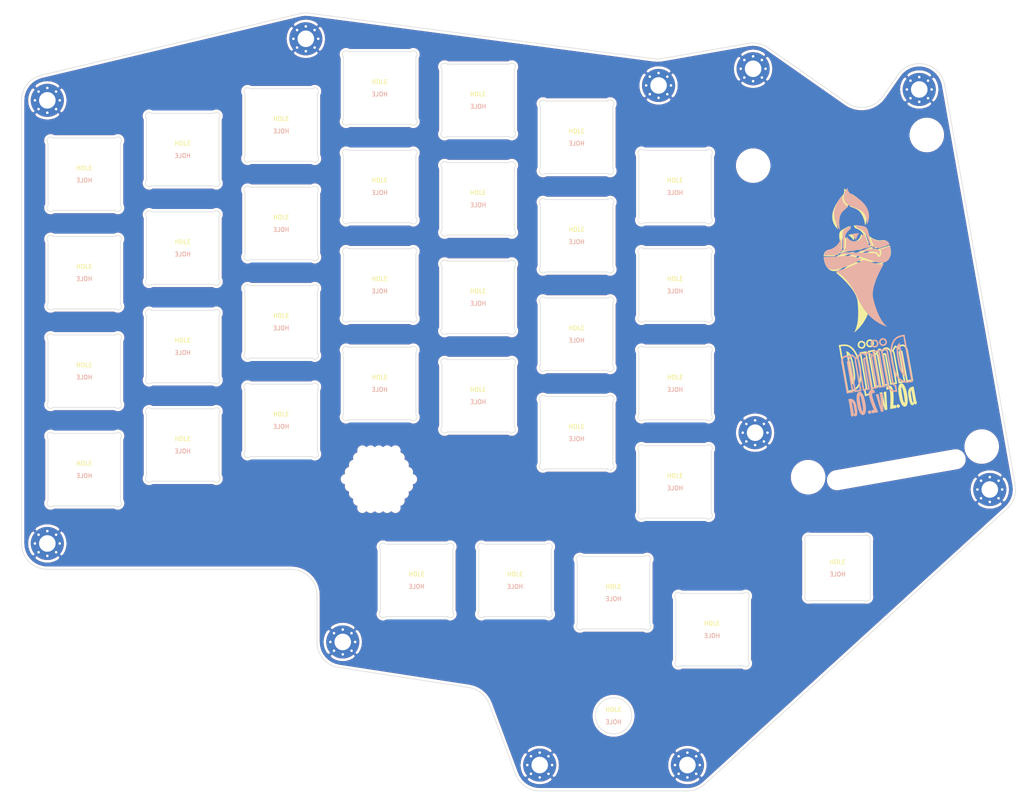
<source format=kicad_pcb>
(kicad_pcb (version 20171130) (host pcbnew "(5.1.9)-1")
  (layers (0 F.Cu signal) (31 B.Cu signal) (34 B.Paste user) (35 F.Paste user) (36 B.SilkS user) (37 F.SilkS user) (38 B.Mask user) (39 F.Mask user) (44 Edge.Cuts user))
  (net 0 "")
  (net 1 GND)
  (module reversible-kicad-footprints:MX-1U-PlateCutout (layer F.Cu) (at 121.444 88.106)
    (fp_text reference SW32)
    (fp_text value "Switch Cutout")
    (fp_line (start -6 -7) (end 6 -7) (layer Edge.Cuts) (width 0.1))
    (fp_line (start -7 6) (end -7 -6) (layer Edge.Cuts) (width 0.1))
    (fp_line (start 6 7) (end -6 7) (layer Edge.Cuts) (width 0.1))
    (fp_line (start 7 -6) (end 7 6) (layer Edge.Cuts) (width 0.1))
    (fp_text user HOLE (at 0 1.19063) (layer B.SilkS) (effects (font (size 0.8128 0.8128) (thickness 0.1524)) (justify mirror)))
    (fp_text user HOLE (at 0 -1.19063) (layer F.SilkS) (effects (font (size 0.8128 0.8128) (thickness 0.1524))))
    (fp_arc (start 6.5 -6.5) (end 6 -7) (angle 180) (layer Edge.Cuts) (width 0.1))
    (fp_arc (start 6.5 6.5) (end 7 6) (angle 180) (layer Edge.Cuts) (width 0.1))
    (fp_arc (start -6.5 6.5) (end -6 7) (angle 180) (layer Edge.Cuts) (width 0.1))
    (fp_arc (start -6.5 -6.5) (end -7 -6) (angle 180) (layer Edge.Cuts) (width 0.1))
  )
  (module reversible-kicad-footprints:MX-1U-PlateCutout (layer F.Cu) (at 102.394 80.963)
    (fp_text reference SW31)
    (fp_text value "Switch Cutout")
    (fp_line (start -6 -7) (end 6 -7) (layer Edge.Cuts) (width 0.1))
    (fp_line (start -7 6) (end -7 -6) (layer Edge.Cuts) (width 0.1))
    (fp_line (start 6 7) (end -6 7) (layer Edge.Cuts) (width 0.1))
    (fp_line (start 7 -6) (end 7 6) (layer Edge.Cuts) (width 0.1))
    (fp_text user HOLE (at 0 1.19063) (layer B.SilkS) (effects (font (size 0.8128 0.8128) (thickness 0.1524)) (justify mirror)))
    (fp_text user HOLE (at 0 -1.19063) (layer F.SilkS) (effects (font (size 0.8128 0.8128) (thickness 0.1524))))
    (fp_arc (start 6.5 -6.5) (end 6 -7) (angle 180) (layer Edge.Cuts) (width 0.1))
    (fp_arc (start 6.5 6.5) (end 7 6) (angle 180) (layer Edge.Cuts) (width 0.1))
    (fp_arc (start -6.5 6.5) (end -6 7) (angle 180) (layer Edge.Cuts) (width 0.1))
    (fp_arc (start -6.5 -6.5) (end -7 -6) (angle 180) (layer Edge.Cuts) (width 0.1))
  )
  (module reversible-kicad-footprints:MX-1U-PlateCutout (layer F.Cu) (at 83.344 78.581)
    (fp_text reference SW30)
    (fp_text value "Switch Cutout")
    (fp_line (start -6 -7) (end 6 -7) (layer Edge.Cuts) (width 0.1))
    (fp_line (start -7 6) (end -7 -6) (layer Edge.Cuts) (width 0.1))
    (fp_line (start 6 7) (end -6 7) (layer Edge.Cuts) (width 0.1))
    (fp_line (start 7 -6) (end 7 6) (layer Edge.Cuts) (width 0.1))
    (fp_text user HOLE (at 0 1.19063) (layer B.SilkS) (effects (font (size 0.8128 0.8128) (thickness 0.1524)) (justify mirror)))
    (fp_text user HOLE (at 0 -1.19063) (layer F.SilkS) (effects (font (size 0.8128 0.8128) (thickness 0.1524))))
    (fp_arc (start 6.5 -6.5) (end 6 -7) (angle 180) (layer Edge.Cuts) (width 0.1))
    (fp_arc (start 6.5 6.5) (end 7 6) (angle 180) (layer Edge.Cuts) (width 0.1))
    (fp_arc (start -6.5 6.5) (end -6 7) (angle 180) (layer Edge.Cuts) (width 0.1))
    (fp_arc (start -6.5 -6.5) (end -7 -6) (angle 180) (layer Edge.Cuts) (width 0.1))
  )
  (module reversible-kicad-footprints:MX-1U-PlateCutout (layer F.Cu) (at 64.294 78.581)
    (fp_text reference SW29)
    (fp_text value "Switch Cutout")
    (fp_line (start -6 -7) (end 6 -7) (layer Edge.Cuts) (width 0.1))
    (fp_line (start -7 6) (end -7 -6) (layer Edge.Cuts) (width 0.1))
    (fp_line (start 6 7) (end -6 7) (layer Edge.Cuts) (width 0.1))
    (fp_line (start 7 -6) (end 7 6) (layer Edge.Cuts) (width 0.1))
    (fp_text user HOLE (at 0 1.19063) (layer B.SilkS) (effects (font (size 0.8128 0.8128) (thickness 0.1524)) (justify mirror)))
    (fp_text user HOLE (at 0 -1.19063) (layer F.SilkS) (effects (font (size 0.8128 0.8128) (thickness 0.1524))))
    (fp_arc (start 6.5 -6.5) (end 6 -7) (angle 180) (layer Edge.Cuts) (width 0.1))
    (fp_arc (start 6.5 6.5) (end 7 6) (angle 180) (layer Edge.Cuts) (width 0.1))
    (fp_arc (start -6.5 6.5) (end -6 7) (angle 180) (layer Edge.Cuts) (width 0.1))
    (fp_arc (start -6.5 -6.5) (end -7 -6) (angle 180) (layer Edge.Cuts) (width 0.1))
  )
  (module reversible-kicad-footprints:MX-1U-PlateCutout (layer F.Cu) (at 114.3 59.531)
    (fp_text reference SW28)
    (fp_text value "Switch Cutout")
    (fp_line (start -6 -7) (end 6 -7) (layer Edge.Cuts) (width 0.1))
    (fp_line (start -7 6) (end -7 -6) (layer Edge.Cuts) (width 0.1))
    (fp_line (start 6 7) (end -6 7) (layer Edge.Cuts) (width 0.1))
    (fp_line (start 7 -6) (end 7 6) (layer Edge.Cuts) (width 0.1))
    (fp_text user HOLE (at 0 1.19063) (layer B.SilkS) (effects (font (size 0.8128 0.8128) (thickness 0.1524)) (justify mirror)))
    (fp_text user HOLE (at 0 -1.19063) (layer F.SilkS) (effects (font (size 0.8128 0.8128) (thickness 0.1524))))
    (fp_arc (start 6.5 -6.5) (end 6 -7) (angle 180) (layer Edge.Cuts) (width 0.1))
    (fp_arc (start 6.5 6.5) (end 7 6) (angle 180) (layer Edge.Cuts) (width 0.1))
    (fp_arc (start -6.5 6.5) (end -6 7) (angle 180) (layer Edge.Cuts) (width 0.1))
    (fp_arc (start -6.5 -6.5) (end -7 -6) (angle 180) (layer Edge.Cuts) (width 0.1))
  )
  (module reversible-kicad-footprints:MX-1U-PlateCutout (layer F.Cu) (at 95.25 50.006)
    (fp_text reference SW27)
    (fp_text value "Switch Cutout")
    (fp_line (start -6 -7) (end 6 -7) (layer Edge.Cuts) (width 0.1))
    (fp_line (start -7 6) (end -7 -6) (layer Edge.Cuts) (width 0.1))
    (fp_line (start 6 7) (end -6 7) (layer Edge.Cuts) (width 0.1))
    (fp_line (start 7 -6) (end 7 6) (layer Edge.Cuts) (width 0.1))
    (fp_text user HOLE (at 0 1.19063) (layer B.SilkS) (effects (font (size 0.8128 0.8128) (thickness 0.1524)) (justify mirror)))
    (fp_text user HOLE (at 0 -1.19063) (layer F.SilkS) (effects (font (size 0.8128 0.8128) (thickness 0.1524))))
    (fp_arc (start 6.5 -6.5) (end 6 -7) (angle 180) (layer Edge.Cuts) (width 0.1))
    (fp_arc (start 6.5 6.5) (end 7 6) (angle 180) (layer Edge.Cuts) (width 0.1))
    (fp_arc (start -6.5 6.5) (end -6 7) (angle 180) (layer Edge.Cuts) (width 0.1))
    (fp_arc (start -6.5 -6.5) (end -7 -6) (angle 180) (layer Edge.Cuts) (width 0.1))
  )
  (module reversible-kicad-footprints:MX-1U-PlateCutout (layer F.Cu) (at 76.2 42.863)
    (fp_text reference SW26)
    (fp_text value "Switch Cutout")
    (fp_line (start -6 -7) (end 6 -7) (layer Edge.Cuts) (width 0.1))
    (fp_line (start -7 6) (end -7 -6) (layer Edge.Cuts) (width 0.1))
    (fp_line (start 6 7) (end -6 7) (layer Edge.Cuts) (width 0.1))
    (fp_line (start 7 -6) (end 7 6) (layer Edge.Cuts) (width 0.1))
    (fp_text user HOLE (at 0 1.19063) (layer B.SilkS) (effects (font (size 0.8128 0.8128) (thickness 0.1524)) (justify mirror)))
    (fp_text user HOLE (at 0 -1.19063) (layer F.SilkS) (effects (font (size 0.8128 0.8128) (thickness 0.1524))))
    (fp_arc (start 6.5 -6.5) (end 6 -7) (angle 180) (layer Edge.Cuts) (width 0.1))
    (fp_arc (start 6.5 6.5) (end 7 6) (angle 180) (layer Edge.Cuts) (width 0.1))
    (fp_arc (start -6.5 6.5) (end -6 7) (angle 180) (layer Edge.Cuts) (width 0.1))
    (fp_arc (start -6.5 -6.5) (end -7 -6) (angle 180) (layer Edge.Cuts) (width 0.1))
  )
  (module reversible-kicad-footprints:MX-1U-PlateCutout (layer F.Cu) (at 57.15 40.481)
    (fp_text reference SW25)
    (fp_text value "Switch Cutout")
    (fp_line (start -6 -7) (end 6 -7) (layer Edge.Cuts) (width 0.1))
    (fp_line (start -7 6) (end -7 -6) (layer Edge.Cuts) (width 0.1))
    (fp_line (start 6 7) (end -6 7) (layer Edge.Cuts) (width 0.1))
    (fp_line (start 7 -6) (end 7 6) (layer Edge.Cuts) (width 0.1))
    (fp_text user HOLE (at 0 1.19063) (layer B.SilkS) (effects (font (size 0.8128 0.8128) (thickness 0.1524)) (justify mirror)))
    (fp_text user HOLE (at 0 -1.19063) (layer F.SilkS) (effects (font (size 0.8128 0.8128) (thickness 0.1524))))
    (fp_arc (start 6.5 -6.5) (end 6 -7) (angle 180) (layer Edge.Cuts) (width 0.1))
    (fp_arc (start 6.5 6.5) (end 7 6) (angle 180) (layer Edge.Cuts) (width 0.1))
    (fp_arc (start -6.5 6.5) (end -6 7) (angle 180) (layer Edge.Cuts) (width 0.1))
    (fp_arc (start -6.5 -6.5) (end -7 -6) (angle 180) (layer Edge.Cuts) (width 0.1))
  )
  (module reversible-kicad-footprints:MX-1U-PlateCutout (layer F.Cu) (at 38.1 47.625)
    (fp_text reference SW24)
    (fp_text value "Switch Cutout")
    (fp_line (start -6 -7) (end 6 -7) (layer Edge.Cuts) (width 0.1))
    (fp_line (start -7 6) (end -7 -6) (layer Edge.Cuts) (width 0.1))
    (fp_line (start 6 7) (end -6 7) (layer Edge.Cuts) (width 0.1))
    (fp_line (start 7 -6) (end 7 6) (layer Edge.Cuts) (width 0.1))
    (fp_text user HOLE (at 0 1.19063) (layer B.SilkS) (effects (font (size 0.8128 0.8128) (thickness 0.1524)) (justify mirror)))
    (fp_text user HOLE (at 0 -1.19063) (layer F.SilkS) (effects (font (size 0.8128 0.8128) (thickness 0.1524))))
    (fp_arc (start 6.5 -6.5) (end 6 -7) (angle 180) (layer Edge.Cuts) (width 0.1))
    (fp_arc (start 6.5 6.5) (end 7 6) (angle 180) (layer Edge.Cuts) (width 0.1))
    (fp_arc (start -6.5 6.5) (end -6 7) (angle 180) (layer Edge.Cuts) (width 0.1))
    (fp_arc (start -6.5 -6.5) (end -7 -6) (angle 180) (layer Edge.Cuts) (width 0.1))
  )
  (module reversible-kicad-footprints:MX-1U-PlateCutout (layer F.Cu) (at 19.05 52.388)
    (fp_text reference SW23)
    (fp_text value "Switch Cutout")
    (fp_line (start -6 -7) (end 6 -7) (layer Edge.Cuts) (width 0.1))
    (fp_line (start -7 6) (end -7 -6) (layer Edge.Cuts) (width 0.1))
    (fp_line (start 6 7) (end -6 7) (layer Edge.Cuts) (width 0.1))
    (fp_line (start 7 -6) (end 7 6) (layer Edge.Cuts) (width 0.1))
    (fp_text user HOLE (at 0 1.19063) (layer B.SilkS) (effects (font (size 0.8128 0.8128) (thickness 0.1524)) (justify mirror)))
    (fp_text user HOLE (at 0 -1.19063) (layer F.SilkS) (effects (font (size 0.8128 0.8128) (thickness 0.1524))))
    (fp_arc (start 6.5 -6.5) (end 6 -7) (angle 180) (layer Edge.Cuts) (width 0.1))
    (fp_arc (start 6.5 6.5) (end 7 6) (angle 180) (layer Edge.Cuts) (width 0.1))
    (fp_arc (start -6.5 6.5) (end -6 7) (angle 180) (layer Edge.Cuts) (width 0.1))
    (fp_arc (start -6.5 -6.5) (end -7 -6) (angle 180) (layer Edge.Cuts) (width 0.1))
  )
  (module reversible-kicad-footprints:MX-1U-PlateCutout (layer F.Cu) (at 0 57.15)
    (fp_text reference SW22)
    (fp_text value "Switch Cutout")
    (fp_line (start -6 -7) (end 6 -7) (layer Edge.Cuts) (width 0.1))
    (fp_line (start -7 6) (end -7 -6) (layer Edge.Cuts) (width 0.1))
    (fp_line (start 6 7) (end -6 7) (layer Edge.Cuts) (width 0.1))
    (fp_line (start 7 -6) (end 7 6) (layer Edge.Cuts) (width 0.1))
    (fp_text user HOLE (at 0 1.19063) (layer B.SilkS) (effects (font (size 0.8128 0.8128) (thickness 0.1524)) (justify mirror)))
    (fp_text user HOLE (at 0 -1.19063) (layer F.SilkS) (effects (font (size 0.8128 0.8128) (thickness 0.1524))))
    (fp_arc (start 6.5 -6.5) (end 6 -7) (angle 180) (layer Edge.Cuts) (width 0.1))
    (fp_arc (start 6.5 6.5) (end 7 6) (angle 180) (layer Edge.Cuts) (width 0.1))
    (fp_arc (start -6.5 6.5) (end -6 7) (angle 180) (layer Edge.Cuts) (width 0.1))
    (fp_arc (start -6.5 -6.5) (end -7 -6) (angle 180) (layer Edge.Cuts) (width 0.1))
  )
  (module reversible-kicad-footprints:MX-1U-PlateCutout (layer F.Cu) (at 114.3 40.481)
    (fp_text reference SW21)
    (fp_text value "Switch Cutout")
    (fp_line (start -6 -7) (end 6 -7) (layer Edge.Cuts) (width 0.1))
    (fp_line (start -7 6) (end -7 -6) (layer Edge.Cuts) (width 0.1))
    (fp_line (start 6 7) (end -6 7) (layer Edge.Cuts) (width 0.1))
    (fp_line (start 7 -6) (end 7 6) (layer Edge.Cuts) (width 0.1))
    (fp_text user HOLE (at 0 1.19063) (layer B.SilkS) (effects (font (size 0.8128 0.8128) (thickness 0.1524)) (justify mirror)))
    (fp_text user HOLE (at 0 -1.19063) (layer F.SilkS) (effects (font (size 0.8128 0.8128) (thickness 0.1524))))
    (fp_arc (start 6.5 -6.5) (end 6 -7) (angle 180) (layer Edge.Cuts) (width 0.1))
    (fp_arc (start 6.5 6.5) (end 7 6) (angle 180) (layer Edge.Cuts) (width 0.1))
    (fp_arc (start -6.5 6.5) (end -6 7) (angle 180) (layer Edge.Cuts) (width 0.1))
    (fp_arc (start -6.5 -6.5) (end -7 -6) (angle 180) (layer Edge.Cuts) (width 0.1))
  )
  (module reversible-kicad-footprints:MX-1U-PlateCutout (layer F.Cu) (at 95.25 30.956)
    (fp_text reference SW20)
    (fp_text value "Switch Cutout")
    (fp_line (start -6 -7) (end 6 -7) (layer Edge.Cuts) (width 0.1))
    (fp_line (start -7 6) (end -7 -6) (layer Edge.Cuts) (width 0.1))
    (fp_line (start 6 7) (end -6 7) (layer Edge.Cuts) (width 0.1))
    (fp_line (start 7 -6) (end 7 6) (layer Edge.Cuts) (width 0.1))
    (fp_text user HOLE (at 0 1.19063) (layer B.SilkS) (effects (font (size 0.8128 0.8128) (thickness 0.1524)) (justify mirror)))
    (fp_text user HOLE (at 0 -1.19063) (layer F.SilkS) (effects (font (size 0.8128 0.8128) (thickness 0.1524))))
    (fp_arc (start 6.5 -6.5) (end 6 -7) (angle 180) (layer Edge.Cuts) (width 0.1))
    (fp_arc (start 6.5 6.5) (end 7 6) (angle 180) (layer Edge.Cuts) (width 0.1))
    (fp_arc (start -6.5 6.5) (end -6 7) (angle 180) (layer Edge.Cuts) (width 0.1))
    (fp_arc (start -6.5 -6.5) (end -7 -6) (angle 180) (layer Edge.Cuts) (width 0.1))
  )
  (module reversible-kicad-footprints:MX-1U-PlateCutout (layer F.Cu) (at 76.2 23.812)
    (fp_text reference SW19)
    (fp_text value "Switch Cutout")
    (fp_line (start -6 -7) (end 6 -7) (layer Edge.Cuts) (width 0.1))
    (fp_line (start -7 6) (end -7 -6) (layer Edge.Cuts) (width 0.1))
    (fp_line (start 6 7) (end -6 7) (layer Edge.Cuts) (width 0.1))
    (fp_line (start 7 -6) (end 7 6) (layer Edge.Cuts) (width 0.1))
    (fp_text user HOLE (at 0 1.19063) (layer B.SilkS) (effects (font (size 0.8128 0.8128) (thickness 0.1524)) (justify mirror)))
    (fp_text user HOLE (at 0 -1.19063) (layer F.SilkS) (effects (font (size 0.8128 0.8128) (thickness 0.1524))))
    (fp_arc (start 6.5 -6.5) (end 6 -7) (angle 180) (layer Edge.Cuts) (width 0.1))
    (fp_arc (start 6.5 6.5) (end 7 6) (angle 180) (layer Edge.Cuts) (width 0.1))
    (fp_arc (start -6.5 6.5) (end -6 7) (angle 180) (layer Edge.Cuts) (width 0.1))
    (fp_arc (start -6.5 -6.5) (end -7 -6) (angle 180) (layer Edge.Cuts) (width 0.1))
  )
  (module reversible-kicad-footprints:MX-1U-PlateCutout (layer F.Cu) (at 57.15 21.431)
    (fp_text reference SW18)
    (fp_text value "Switch Cutout")
    (fp_line (start -6 -7) (end 6 -7) (layer Edge.Cuts) (width 0.1))
    (fp_line (start -7 6) (end -7 -6) (layer Edge.Cuts) (width 0.1))
    (fp_line (start 6 7) (end -6 7) (layer Edge.Cuts) (width 0.1))
    (fp_line (start 7 -6) (end 7 6) (layer Edge.Cuts) (width 0.1))
    (fp_text user HOLE (at 0 1.19063) (layer B.SilkS) (effects (font (size 0.8128 0.8128) (thickness 0.1524)) (justify mirror)))
    (fp_text user HOLE (at 0 -1.19063) (layer F.SilkS) (effects (font (size 0.8128 0.8128) (thickness 0.1524))))
    (fp_arc (start 6.5 -6.5) (end 6 -7) (angle 180) (layer Edge.Cuts) (width 0.1))
    (fp_arc (start 6.5 6.5) (end 7 6) (angle 180) (layer Edge.Cuts) (width 0.1))
    (fp_arc (start -6.5 6.5) (end -6 7) (angle 180) (layer Edge.Cuts) (width 0.1))
    (fp_arc (start -6.5 -6.5) (end -7 -6) (angle 180) (layer Edge.Cuts) (width 0.1))
  )
  (module reversible-kicad-footprints:MX-1U-PlateCutout (layer F.Cu) (at 38.1 28.575)
    (fp_text reference SW17)
    (fp_text value "Switch Cutout")
    (fp_line (start -6 -7) (end 6 -7) (layer Edge.Cuts) (width 0.1))
    (fp_line (start -7 6) (end -7 -6) (layer Edge.Cuts) (width 0.1))
    (fp_line (start 6 7) (end -6 7) (layer Edge.Cuts) (width 0.1))
    (fp_line (start 7 -6) (end 7 6) (layer Edge.Cuts) (width 0.1))
    (fp_text user HOLE (at 0 1.19063) (layer B.SilkS) (effects (font (size 0.8128 0.8128) (thickness 0.1524)) (justify mirror)))
    (fp_text user HOLE (at 0 -1.19063) (layer F.SilkS) (effects (font (size 0.8128 0.8128) (thickness 0.1524))))
    (fp_arc (start 6.5 -6.5) (end 6 -7) (angle 180) (layer Edge.Cuts) (width 0.1))
    (fp_arc (start 6.5 6.5) (end 7 6) (angle 180) (layer Edge.Cuts) (width 0.1))
    (fp_arc (start -6.5 6.5) (end -6 7) (angle 180) (layer Edge.Cuts) (width 0.1))
    (fp_arc (start -6.5 -6.5) (end -7 -6) (angle 180) (layer Edge.Cuts) (width 0.1))
  )
  (module reversible-kicad-footprints:MX-1U-PlateCutout (layer F.Cu) (at 19.05 33.337)
    (fp_text reference SW16)
    (fp_text value "Switch Cutout")
    (fp_line (start -6 -7) (end 6 -7) (layer Edge.Cuts) (width 0.1))
    (fp_line (start -7 6) (end -7 -6) (layer Edge.Cuts) (width 0.1))
    (fp_line (start 6 7) (end -6 7) (layer Edge.Cuts) (width 0.1))
    (fp_line (start 7 -6) (end 7 6) (layer Edge.Cuts) (width 0.1))
    (fp_text user HOLE (at 0 1.19063) (layer B.SilkS) (effects (font (size 0.8128 0.8128) (thickness 0.1524)) (justify mirror)))
    (fp_text user HOLE (at 0 -1.19063) (layer F.SilkS) (effects (font (size 0.8128 0.8128) (thickness 0.1524))))
    (fp_arc (start 6.5 -6.5) (end 6 -7) (angle 180) (layer Edge.Cuts) (width 0.1))
    (fp_arc (start 6.5 6.5) (end 7 6) (angle 180) (layer Edge.Cuts) (width 0.1))
    (fp_arc (start -6.5 6.5) (end -6 7) (angle 180) (layer Edge.Cuts) (width 0.1))
    (fp_arc (start -6.5 -6.5) (end -7 -6) (angle 180) (layer Edge.Cuts) (width 0.1))
  )
  (module reversible-kicad-footprints:MX-1U-PlateCutout (layer F.Cu) (at 0 38.1)
    (fp_text reference SW15)
    (fp_text value "Switch Cutout")
    (fp_line (start -6 -7) (end 6 -7) (layer Edge.Cuts) (width 0.1))
    (fp_line (start -7 6) (end -7 -6) (layer Edge.Cuts) (width 0.1))
    (fp_line (start 6 7) (end -6 7) (layer Edge.Cuts) (width 0.1))
    (fp_line (start 7 -6) (end 7 6) (layer Edge.Cuts) (width 0.1))
    (fp_text user HOLE (at 0 1.19063) (layer B.SilkS) (effects (font (size 0.8128 0.8128) (thickness 0.1524)) (justify mirror)))
    (fp_text user HOLE (at 0 -1.19063) (layer F.SilkS) (effects (font (size 0.8128 0.8128) (thickness 0.1524))))
    (fp_arc (start 6.5 -6.5) (end 6 -7) (angle 180) (layer Edge.Cuts) (width 0.1))
    (fp_arc (start 6.5 6.5) (end 7 6) (angle 180) (layer Edge.Cuts) (width 0.1))
    (fp_arc (start -6.5 6.5) (end -6 7) (angle 180) (layer Edge.Cuts) (width 0.1))
    (fp_arc (start -6.5 -6.5) (end -7 -6) (angle 180) (layer Edge.Cuts) (width 0.1))
  )
  (module reversible-kicad-footprints:MX-1U-PlateCutout (layer F.Cu) (at 114.3 21.431)
    (fp_text reference SW14)
    (fp_text value "Switch Cutout")
    (fp_line (start -6 -7) (end 6 -7) (layer Edge.Cuts) (width 0.1))
    (fp_line (start -7 6) (end -7 -6) (layer Edge.Cuts) (width 0.1))
    (fp_line (start 6 7) (end -6 7) (layer Edge.Cuts) (width 0.1))
    (fp_line (start 7 -6) (end 7 6) (layer Edge.Cuts) (width 0.1))
    (fp_text user HOLE (at 0 1.19063) (layer B.SilkS) (effects (font (size 0.8128 0.8128) (thickness 0.1524)) (justify mirror)))
    (fp_text user HOLE (at 0 -1.19063) (layer F.SilkS) (effects (font (size 0.8128 0.8128) (thickness 0.1524))))
    (fp_arc (start 6.5 -6.5) (end 6 -7) (angle 180) (layer Edge.Cuts) (width 0.1))
    (fp_arc (start 6.5 6.5) (end 7 6) (angle 180) (layer Edge.Cuts) (width 0.1))
    (fp_arc (start -6.5 6.5) (end -6 7) (angle 180) (layer Edge.Cuts) (width 0.1))
    (fp_arc (start -6.5 -6.5) (end -7 -6) (angle 180) (layer Edge.Cuts) (width 0.1))
  )
  (module reversible-kicad-footprints:MX-1U-PlateCutout (layer F.Cu) (at 95.25 11.906)
    (fp_text reference SW13)
    (fp_text value "Switch Cutout")
    (fp_line (start -6 -7) (end 6 -7) (layer Edge.Cuts) (width 0.1))
    (fp_line (start -7 6) (end -7 -6) (layer Edge.Cuts) (width 0.1))
    (fp_line (start 6 7) (end -6 7) (layer Edge.Cuts) (width 0.1))
    (fp_line (start 7 -6) (end 7 6) (layer Edge.Cuts) (width 0.1))
    (fp_text user HOLE (at 0 1.19063) (layer B.SilkS) (effects (font (size 0.8128 0.8128) (thickness 0.1524)) (justify mirror)))
    (fp_text user HOLE (at 0 -1.19063) (layer F.SilkS) (effects (font (size 0.8128 0.8128) (thickness 0.1524))))
    (fp_arc (start 6.5 -6.5) (end 6 -7) (angle 180) (layer Edge.Cuts) (width 0.1))
    (fp_arc (start 6.5 6.5) (end 7 6) (angle 180) (layer Edge.Cuts) (width 0.1))
    (fp_arc (start -6.5 6.5) (end -6 7) (angle 180) (layer Edge.Cuts) (width 0.1))
    (fp_arc (start -6.5 -6.5) (end -7 -6) (angle 180) (layer Edge.Cuts) (width 0.1))
  )
  (module reversible-kicad-footprints:MX-1U-PlateCutout (layer F.Cu) (at 76.2 4.763)
    (fp_text reference SW12)
    (fp_text value "Switch Cutout")
    (fp_line (start -6 -7) (end 6 -7) (layer Edge.Cuts) (width 0.1))
    (fp_line (start -7 6) (end -7 -6) (layer Edge.Cuts) (width 0.1))
    (fp_line (start 6 7) (end -6 7) (layer Edge.Cuts) (width 0.1))
    (fp_line (start 7 -6) (end 7 6) (layer Edge.Cuts) (width 0.1))
    (fp_text user HOLE (at 0 1.19063) (layer B.SilkS) (effects (font (size 0.8128 0.8128) (thickness 0.1524)) (justify mirror)))
    (fp_text user HOLE (at 0 -1.19063) (layer F.SilkS) (effects (font (size 0.8128 0.8128) (thickness 0.1524))))
    (fp_arc (start 6.5 -6.5) (end 6 -7) (angle 180) (layer Edge.Cuts) (width 0.1))
    (fp_arc (start 6.5 6.5) (end 7 6) (angle 180) (layer Edge.Cuts) (width 0.1))
    (fp_arc (start -6.5 6.5) (end -6 7) (angle 180) (layer Edge.Cuts) (width 0.1))
    (fp_arc (start -6.5 -6.5) (end -7 -6) (angle 180) (layer Edge.Cuts) (width 0.1))
  )
  (module reversible-kicad-footprints:MX-1U-PlateCutout (layer F.Cu) (at 57.15 2.381)
    (fp_text reference SW11)
    (fp_text value "Switch Cutout")
    (fp_line (start -6 -7) (end 6 -7) (layer Edge.Cuts) (width 0.1))
    (fp_line (start -7 6) (end -7 -6) (layer Edge.Cuts) (width 0.1))
    (fp_line (start 6 7) (end -6 7) (layer Edge.Cuts) (width 0.1))
    (fp_line (start 7 -6) (end 7 6) (layer Edge.Cuts) (width 0.1))
    (fp_text user HOLE (at 0 1.19063) (layer B.SilkS) (effects (font (size 0.8128 0.8128) (thickness 0.1524)) (justify mirror)))
    (fp_text user HOLE (at 0 -1.19063) (layer F.SilkS) (effects (font (size 0.8128 0.8128) (thickness 0.1524))))
    (fp_arc (start 6.5 -6.5) (end 6 -7) (angle 180) (layer Edge.Cuts) (width 0.1))
    (fp_arc (start 6.5 6.5) (end 7 6) (angle 180) (layer Edge.Cuts) (width 0.1))
    (fp_arc (start -6.5 6.5) (end -6 7) (angle 180) (layer Edge.Cuts) (width 0.1))
    (fp_arc (start -6.5 -6.5) (end -7 -6) (angle 180) (layer Edge.Cuts) (width 0.1))
  )
  (module reversible-kicad-footprints:MX-1U-PlateCutout (layer F.Cu) (at 38.1 9.525)
    (fp_text reference SW10)
    (fp_text value "Switch Cutout")
    (fp_line (start -6 -7) (end 6 -7) (layer Edge.Cuts) (width 0.1))
    (fp_line (start -7 6) (end -7 -6) (layer Edge.Cuts) (width 0.1))
    (fp_line (start 6 7) (end -6 7) (layer Edge.Cuts) (width 0.1))
    (fp_line (start 7 -6) (end 7 6) (layer Edge.Cuts) (width 0.1))
    (fp_text user HOLE (at 0 1.19063) (layer B.SilkS) (effects (font (size 0.8128 0.8128) (thickness 0.1524)) (justify mirror)))
    (fp_text user HOLE (at 0 -1.19063) (layer F.SilkS) (effects (font (size 0.8128 0.8128) (thickness 0.1524))))
    (fp_arc (start 6.5 -6.5) (end 6 -7) (angle 180) (layer Edge.Cuts) (width 0.1))
    (fp_arc (start 6.5 6.5) (end 7 6) (angle 180) (layer Edge.Cuts) (width 0.1))
    (fp_arc (start -6.5 6.5) (end -6 7) (angle 180) (layer Edge.Cuts) (width 0.1))
    (fp_arc (start -6.5 -6.5) (end -7 -6) (angle 180) (layer Edge.Cuts) (width 0.1))
  )
  (module reversible-kicad-footprints:MX-1U-PlateCutout (layer F.Cu) (at 19.05 14.288)
    (fp_text reference SW9)
    (fp_text value "Switch Cutout")
    (fp_line (start -6 -7) (end 6 -7) (layer Edge.Cuts) (width 0.1))
    (fp_line (start -7 6) (end -7 -6) (layer Edge.Cuts) (width 0.1))
    (fp_line (start 6 7) (end -6 7) (layer Edge.Cuts) (width 0.1))
    (fp_line (start 7 -6) (end 7 6) (layer Edge.Cuts) (width 0.1))
    (fp_text user HOLE (at 0 1.19063) (layer B.SilkS) (effects (font (size 0.8128 0.8128) (thickness 0.1524)) (justify mirror)))
    (fp_text user HOLE (at 0 -1.19063) (layer F.SilkS) (effects (font (size 0.8128 0.8128) (thickness 0.1524))))
    (fp_arc (start 6.5 -6.5) (end 6 -7) (angle 180) (layer Edge.Cuts) (width 0.1))
    (fp_arc (start 6.5 6.5) (end 7 6) (angle 180) (layer Edge.Cuts) (width 0.1))
    (fp_arc (start -6.5 6.5) (end -6 7) (angle 180) (layer Edge.Cuts) (width 0.1))
    (fp_arc (start -6.5 -6.5) (end -7 -6) (angle 180) (layer Edge.Cuts) (width 0.1))
  )
  (module reversible-kicad-footprints:MX-1U-PlateCutout (layer F.Cu) (at 0 19.05)
    (fp_text reference SW8)
    (fp_text value "Switch Cutout")
    (fp_line (start -6 -7) (end 6 -7) (layer Edge.Cuts) (width 0.1))
    (fp_line (start -7 6) (end -7 -6) (layer Edge.Cuts) (width 0.1))
    (fp_line (start 6 7) (end -6 7) (layer Edge.Cuts) (width 0.1))
    (fp_line (start 7 -6) (end 7 6) (layer Edge.Cuts) (width 0.1))
    (fp_text user HOLE (at 0 1.19063) (layer B.SilkS) (effects (font (size 0.8128 0.8128) (thickness 0.1524)) (justify mirror)))
    (fp_text user HOLE (at 0 -1.19063) (layer F.SilkS) (effects (font (size 0.8128 0.8128) (thickness 0.1524))))
    (fp_arc (start 6.5 -6.5) (end 6 -7) (angle 180) (layer Edge.Cuts) (width 0.1))
    (fp_arc (start 6.5 6.5) (end 7 6) (angle 180) (layer Edge.Cuts) (width 0.1))
    (fp_arc (start -6.5 6.5) (end -6 7) (angle 180) (layer Edge.Cuts) (width 0.1))
    (fp_arc (start -6.5 -6.5) (end -7 -6) (angle 180) (layer Edge.Cuts) (width 0.1))
  )
  (module reversible-kicad-footprints:MX-1U-PlateCutout (layer F.Cu) (at 114.3 2.381)
    (fp_text reference SW7)
    (fp_text value "Switch Cutout")
    (fp_line (start -6 -7) (end 6 -7) (layer Edge.Cuts) (width 0.1))
    (fp_line (start -7 6) (end -7 -6) (layer Edge.Cuts) (width 0.1))
    (fp_line (start 6 7) (end -6 7) (layer Edge.Cuts) (width 0.1))
    (fp_line (start 7 -6) (end 7 6) (layer Edge.Cuts) (width 0.1))
    (fp_text user HOLE (at 0 1.19063) (layer B.SilkS) (effects (font (size 0.8128 0.8128) (thickness 0.1524)) (justify mirror)))
    (fp_text user HOLE (at 0 -1.19063) (layer F.SilkS) (effects (font (size 0.8128 0.8128) (thickness 0.1524))))
    (fp_arc (start 6.5 -6.5) (end 6 -7) (angle 180) (layer Edge.Cuts) (width 0.1))
    (fp_arc (start 6.5 6.5) (end 7 6) (angle 180) (layer Edge.Cuts) (width 0.1))
    (fp_arc (start -6.5 6.5) (end -6 7) (angle 180) (layer Edge.Cuts) (width 0.1))
    (fp_arc (start -6.5 -6.5) (end -7 -6) (angle 180) (layer Edge.Cuts) (width 0.1))
  )
  (module reversible-kicad-footprints:MX-1U-PlateCutout (layer F.Cu) (at 95.25 -7.144)
    (fp_text reference SW6)
    (fp_text value "Switch Cutout")
    (fp_line (start -6 -7) (end 6 -7) (layer Edge.Cuts) (width 0.1))
    (fp_line (start -7 6) (end -7 -6) (layer Edge.Cuts) (width 0.1))
    (fp_line (start 6 7) (end -6 7) (layer Edge.Cuts) (width 0.1))
    (fp_line (start 7 -6) (end 7 6) (layer Edge.Cuts) (width 0.1))
    (fp_text user HOLE (at 0 1.19063) (layer B.SilkS) (effects (font (size 0.8128 0.8128) (thickness 0.1524)) (justify mirror)))
    (fp_text user HOLE (at 0 -1.19063) (layer F.SilkS) (effects (font (size 0.8128 0.8128) (thickness 0.1524))))
    (fp_arc (start 6.5 -6.5) (end 6 -7) (angle 180) (layer Edge.Cuts) (width 0.1))
    (fp_arc (start 6.5 6.5) (end 7 6) (angle 180) (layer Edge.Cuts) (width 0.1))
    (fp_arc (start -6.5 6.5) (end -6 7) (angle 180) (layer Edge.Cuts) (width 0.1))
    (fp_arc (start -6.5 -6.5) (end -7 -6) (angle 180) (layer Edge.Cuts) (width 0.1))
  )
  (module reversible-kicad-footprints:MX-1U-PlateCutout (layer F.Cu) (at 76.2 -14.288)
    (fp_text reference SW5)
    (fp_text value "Switch Cutout")
    (fp_line (start -6 -7) (end 6 -7) (layer Edge.Cuts) (width 0.1))
    (fp_line (start -7 6) (end -7 -6) (layer Edge.Cuts) (width 0.1))
    (fp_line (start 6 7) (end -6 7) (layer Edge.Cuts) (width 0.1))
    (fp_line (start 7 -6) (end 7 6) (layer Edge.Cuts) (width 0.1))
    (fp_text user HOLE (at 0 1.19063) (layer B.SilkS) (effects (font (size 0.8128 0.8128) (thickness 0.1524)) (justify mirror)))
    (fp_text user HOLE (at 0 -1.19063) (layer F.SilkS) (effects (font (size 0.8128 0.8128) (thickness 0.1524))))
    (fp_arc (start 6.5 -6.5) (end 6 -7) (angle 180) (layer Edge.Cuts) (width 0.1))
    (fp_arc (start 6.5 6.5) (end 7 6) (angle 180) (layer Edge.Cuts) (width 0.1))
    (fp_arc (start -6.5 6.5) (end -6 7) (angle 180) (layer Edge.Cuts) (width 0.1))
    (fp_arc (start -6.5 -6.5) (end -7 -6) (angle 180) (layer Edge.Cuts) (width 0.1))
  )
  (module reversible-kicad-footprints:MX-1U-PlateCutout (layer F.Cu) (at 57.15 -16.669)
    (fp_text reference SW4)
    (fp_text value "Switch Cutout")
    (fp_line (start -6 -7) (end 6 -7) (layer Edge.Cuts) (width 0.1))
    (fp_line (start -7 6) (end -7 -6) (layer Edge.Cuts) (width 0.1))
    (fp_line (start 6 7) (end -6 7) (layer Edge.Cuts) (width 0.1))
    (fp_line (start 7 -6) (end 7 6) (layer Edge.Cuts) (width 0.1))
    (fp_text user HOLE (at 0 1.19063) (layer B.SilkS) (effects (font (size 0.8128 0.8128) (thickness 0.1524)) (justify mirror)))
    (fp_text user HOLE (at 0 -1.19063) (layer F.SilkS) (effects (font (size 0.8128 0.8128) (thickness 0.1524))))
    (fp_arc (start 6.5 -6.5) (end 6 -7) (angle 180) (layer Edge.Cuts) (width 0.1))
    (fp_arc (start 6.5 6.5) (end 7 6) (angle 180) (layer Edge.Cuts) (width 0.1))
    (fp_arc (start -6.5 6.5) (end -6 7) (angle 180) (layer Edge.Cuts) (width 0.1))
    (fp_arc (start -6.5 -6.5) (end -7 -6) (angle 180) (layer Edge.Cuts) (width 0.1))
  )
  (module reversible-kicad-footprints:MX-1U-PlateCutout (layer F.Cu) (at 38.1 -9.525)
    (fp_text reference SW3)
    (fp_text value "Switch Cutout")
    (fp_line (start -6 -7) (end 6 -7) (layer Edge.Cuts) (width 0.1))
    (fp_line (start -7 6) (end -7 -6) (layer Edge.Cuts) (width 0.1))
    (fp_line (start 6 7) (end -6 7) (layer Edge.Cuts) (width 0.1))
    (fp_line (start 7 -6) (end 7 6) (layer Edge.Cuts) (width 0.1))
    (fp_text user HOLE (at 0 1.19063) (layer B.SilkS) (effects (font (size 0.8128 0.8128) (thickness 0.1524)) (justify mirror)))
    (fp_text user HOLE (at 0 -1.19063) (layer F.SilkS) (effects (font (size 0.8128 0.8128) (thickness 0.1524))))
    (fp_arc (start 6.5 -6.5) (end 6 -7) (angle 180) (layer Edge.Cuts) (width 0.1))
    (fp_arc (start 6.5 6.5) (end 7 6) (angle 180) (layer Edge.Cuts) (width 0.1))
    (fp_arc (start -6.5 6.5) (end -6 7) (angle 180) (layer Edge.Cuts) (width 0.1))
    (fp_arc (start -6.5 -6.5) (end -7 -6) (angle 180) (layer Edge.Cuts) (width 0.1))
  )
  (module reversible-kicad-footprints:MX-1U-PlateCutout (layer F.Cu) (at 19.05 -4.763)
    (fp_text reference SW2)
    (fp_text value "Switch Cutout")
    (fp_line (start -6 -7) (end 6 -7) (layer Edge.Cuts) (width 0.1))
    (fp_line (start -7 6) (end -7 -6) (layer Edge.Cuts) (width 0.1))
    (fp_line (start 6 7) (end -6 7) (layer Edge.Cuts) (width 0.1))
    (fp_line (start 7 -6) (end 7 6) (layer Edge.Cuts) (width 0.1))
    (fp_text user HOLE (at 0 1.19063) (layer B.SilkS) (effects (font (size 0.8128 0.8128) (thickness 0.1524)) (justify mirror)))
    (fp_text user HOLE (at 0 -1.19063) (layer F.SilkS) (effects (font (size 0.8128 0.8128) (thickness 0.1524))))
    (fp_arc (start 6.5 -6.5) (end 6 -7) (angle 180) (layer Edge.Cuts) (width 0.1))
    (fp_arc (start 6.5 6.5) (end 7 6) (angle 180) (layer Edge.Cuts) (width 0.1))
    (fp_arc (start -6.5 6.5) (end -6 7) (angle 180) (layer Edge.Cuts) (width 0.1))
    (fp_arc (start -6.5 -6.5) (end -7 -6) (angle 180) (layer Edge.Cuts) (width 0.1))
  )
  (module reversible-kicad-footprints:MX-1U-PlateCutout (layer F.Cu) (at 0 0)
    (fp_text reference SW1)
    (fp_text value "Switch Cutout")
    (fp_line (start -6 -7) (end 6 -7) (layer Edge.Cuts) (width 0.1))
    (fp_line (start -7 6) (end -7 -6) (layer Edge.Cuts) (width 0.1))
    (fp_line (start 6 7) (end -6 7) (layer Edge.Cuts) (width 0.1))
    (fp_line (start 7 -6) (end 7 6) (layer Edge.Cuts) (width 0.1))
    (fp_text user HOLE (at 0 1.19063) (layer B.SilkS) (effects (font (size 0.8128 0.8128) (thickness 0.1524)) (justify mirror)))
    (fp_text user HOLE (at 0 -1.19063) (layer F.SilkS) (effects (font (size 0.8128 0.8128) (thickness 0.1524))))
    (fp_arc (start 6.5 -6.5) (end 6 -7) (angle 180) (layer Edge.Cuts) (width 0.1))
    (fp_arc (start 6.5 6.5) (end 7 6) (angle 180) (layer Edge.Cuts) (width 0.1))
    (fp_arc (start -6.5 6.5) (end -6 7) (angle 180) (layer Edge.Cuts) (width 0.1))
    (fp_arc (start -6.5 -6.5) (end -7 -6) (angle 180) (layer Edge.Cuts) (width 0.1))
  )
  (module reversible-kicad-footprints:EC11_Switch_Cutout (layer F.Cu) (at 145.733 76.2)
    (fp_text reference ENC1)
    (fp_text value "Encoder Cutout")
    (fp_line (start 6.3 -5.3) (end 6.3 5.3) (layer Edge.Cuts) (width 0.1))
    (fp_line (start 5.3 6.3) (end -5.3 6.3) (layer Edge.Cuts) (width 0.1))
    (fp_line (start -6.3 5.3) (end -6.3 -5.3) (layer Edge.Cuts) (width 0.1))
    (fp_line (start -5.3 -6.3) (end 5.3 -6.3) (layer Edge.Cuts) (width 0.1))
    (fp_text user HOLE (at 0 -1.19063) (layer F.SilkS) (effects (font (size 0.8128 0.8128) (thickness 0.1524))))
    (fp_text user HOLE (at 0 1.19063) (layer B.SilkS) (effects (font (size 0.8128 0.8128) (thickness 0.1524)) (justify mirror)))
    (fp_arc (start 5.6 -5.6) (end 5.3 -6.3) (angle 136.397181) (layer Edge.Cuts) (width 0.1))
    (fp_arc (start 5.6 5.6) (end 6.3 5.3) (angle 136.397181) (layer Edge.Cuts) (width 0.1))
    (fp_arc (start -5.6 5.6) (end -5.3 6.3) (angle 136.397181) (layer Edge.Cuts) (width 0.1))
    (fp_arc (start -5.6 -5.6) (end -6.3 -5.3) (angle 136.397181) (layer Edge.Cuts) (width 0.1))
  )
  (module DjinnFootprints:Speaker_Holes (layer F.Cu) (at 57 59)
    (fp_text reference BZ1 hide)
    (fp_text value "Speaker cutout" hide)
    (pad "" np_thru_hole circle (at 3.2 -5.542562) (size 1 1) (drill 1) (layers *.Cu *.Mask) (clearance 0.2))
    (pad "" np_thru_hole circle (at 4.8 -2.771281) (size 1 1) (drill 1) (layers *.Cu *.Mask) (clearance 0.2))
    (pad "" np_thru_hole circle (at 5.6 -1.385641) (size 1 1) (drill 1) (layers *.Cu *.Mask) (clearance 0.2))
    (pad "" np_thru_hole circle (at 4 -4.156922) (size 1 1) (drill 1) (layers *.Cu *.Mask) (clearance 0.2))
    (pad "" np_thru_hole circle (at 6.4 0) (size 1 1) (drill 1) (layers *.Cu *.Mask) (clearance 0.2))
    (pad "" np_thru_hole circle (at -5.6 1.38564) (size 1 1) (drill 1) (layers *.Cu *.Mask) (clearance 0.2))
    (pad "" np_thru_hole circle (at -4 4.156921) (size 1 1) (drill 1) (layers *.Cu *.Mask) (clearance 0.2))
    (pad "" np_thru_hole circle (at -4.8 2.771281) (size 1 1) (drill 1) (layers *.Cu *.Mask) (clearance 0.2))
    (pad "" np_thru_hole circle (at 0 5.542561) (size 1 1) (drill 1) (layers *.Cu *.Mask) (clearance 0.2))
    (pad "" np_thru_hole circle (at -3.2 0) (size 1 1) (drill 1) (layers *.Cu *.Mask) (clearance 0.2))
    (pad "" np_thru_hole circle (at -2.4 -1.385641) (size 1 1) (drill 1) (layers *.Cu *.Mask) (clearance 0.2))
    (pad "" np_thru_hole circle (at -4 -4.156922) (size 1 1) (drill 1) (layers *.Cu *.Mask) (clearance 0.2))
    (pad "" np_thru_hole circle (at -0.8 4.156921) (size 1 1) (drill 1) (layers *.Cu *.Mask) (clearance 0.2))
    (pad "" np_thru_hole circle (at 0.8 4.156921) (size 1 1) (drill 1) (layers *.Cu *.Mask) (clearance 0.2))
    (pad "" np_thru_hole circle (at -2.4 1.38564) (size 1 1) (drill 1) (layers *.Cu *.Mask) (clearance 0.2))
    (pad "" np_thru_hole circle (at -1.6 0) (size 1 1) (drill 1) (layers *.Cu *.Mask) (clearance 0.2))
    (pad "" np_thru_hole circle (at -4.8 -2.771281) (size 1 1) (drill 1) (layers *.Cu *.Mask) (clearance 0.2))
    (pad "" np_thru_hole circle (at 1.6 5.542561) (size 1 1) (drill 1) (layers *.Cu *.Mask) (clearance 0.2))
    (pad "" np_thru_hole circle (at -0.8 1.38564) (size 1 1) (drill 1) (layers *.Cu *.Mask) (clearance 0.2))
    (pad "" np_thru_hole circle (at -1.6 2.771281) (size 1 1) (drill 1) (layers *.Cu *.Mask) (clearance 0.2))
    (pad "" np_thru_hole circle (at -3.2 -2.771281) (size 1 1) (drill 1) (layers *.Cu *.Mask) (clearance 0.2))
    (pad "" np_thru_hole circle (at -4 -1.385641) (size 1 1) (drill 1) (layers *.Cu *.Mask) (clearance 0.2))
    (pad "" np_thru_hole circle (at 0 2.771281) (size 1 1) (drill 1) (layers *.Cu *.Mask) (clearance 0.2))
    (pad "" np_thru_hole circle (at -4.8 0) (size 1 1) (drill 1) (layers *.Cu *.Mask) (clearance 0.2))
    (pad "" np_thru_hole circle (at -3.2 5.542561) (size 1 1) (drill 1) (layers *.Cu *.Mask) (clearance 0.2))
    (pad "" np_thru_hole circle (at -1.6 5.542561) (size 1 1) (drill 1) (layers *.Cu *.Mask) (clearance 0.2))
    (pad "" np_thru_hole circle (at -5.6 -1.385641) (size 1 1) (drill 1) (layers *.Cu *.Mask) (clearance 0.2))
    (pad "" np_thru_hole circle (at -3.2 2.771281) (size 1 1) (drill 1) (layers *.Cu *.Mask) (clearance 0.2))
    (pad "" np_thru_hole circle (at -4 1.38564) (size 1 1) (drill 1) (layers *.Cu *.Mask) (clearance 0.2))
    (pad "" np_thru_hole circle (at -2.4 4.156921) (size 1 1) (drill 1) (layers *.Cu *.Mask) (clearance 0.2))
    (pad "" np_thru_hole circle (at -6.4 0) (size 1 1) (drill 1) (layers *.Cu *.Mask) (clearance 0.2))
    (pad "" np_thru_hole circle (at 4 1.38564) (size 1 1) (drill 1) (layers *.Cu *.Mask) (clearance 0.2))
    (pad "" np_thru_hole circle (at 0 -5.542562) (size 1 1) (drill 1) (layers *.Cu *.Mask) (clearance 0.2))
    (pad "" np_thru_hole circle (at 4.8 2.771281) (size 1 1) (drill 1) (layers *.Cu *.Mask) (clearance 0.2))
    (pad "" np_thru_hole circle (at 4.8 0) (size 1 1) (drill 1) (layers *.Cu *.Mask) (clearance 0.2))
    (pad "" np_thru_hole circle (at 1.6 -2.771281) (size 1 1) (drill 1) (layers *.Cu *.Mask) (clearance 0.2))
    (pad "" np_thru_hole circle (at 1.6 -5.542562) (size 1 1) (drill 1) (layers *.Cu *.Mask) (clearance 0.2))
    (pad "" np_thru_hole circle (at 2.4 -4.156922) (size 1 1) (drill 1) (layers *.Cu *.Mask) (clearance 0.2))
    (pad "" np_thru_hole circle (at 4 -1.385641) (size 1 1) (drill 1) (layers *.Cu *.Mask) (clearance 0.2))
    (pad "" np_thru_hole circle (at 2.4 -1.385641) (size 1 1) (drill 1) (layers *.Cu *.Mask) (clearance 0.2))
    (pad "" np_thru_hole circle (at 3.2 -2.771281) (size 1 1) (drill 1) (layers *.Cu *.Mask) (clearance 0.2))
    (pad "" np_thru_hole circle (at 0.8 -4.156922) (size 1 1) (drill 1) (layers *.Cu *.Mask) (clearance 0.2))
    (pad "" np_thru_hole circle (at 5.6 1.38564) (size 1 1) (drill 1) (layers *.Cu *.Mask) (clearance 0.2))
    (pad "" np_thru_hole circle (at 3.2 0) (size 1 1) (drill 1) (layers *.Cu *.Mask) (clearance 0.2))
    (pad "" np_thru_hole circle (at 2.4 1.38564) (size 1 1) (drill 1) (layers *.Cu *.Mask) (clearance 0.2))
    (pad "" np_thru_hole circle (at -1.6 -5.542562) (size 1 1) (drill 1) (layers *.Cu *.Mask) (clearance 0.2))
    (pad "" np_thru_hole circle (at 4 4.156921) (size 1 1) (drill 1) (layers *.Cu *.Mask) (clearance 0.2))
    (pad "" np_thru_hole circle (at 3.2 2.771281) (size 1 1) (drill 1) (layers *.Cu *.Mask) (clearance 0.2))
    (pad "" np_thru_hole circle (at 0 -2.771281) (size 1 1) (drill 1) (layers *.Cu *.Mask) (clearance 0.2))
    (pad "" np_thru_hole circle (at 0.8 -1.385641) (size 1 1) (drill 1) (layers *.Cu *.Mask) (clearance 0.2))
    (pad "" np_thru_hole circle (at -0.8 -4.156922) (size 1 1) (drill 1) (layers *.Cu *.Mask) (clearance 0.2))
    (pad "" np_thru_hole circle (at 1.6 0) (size 1 1) (drill 1) (layers *.Cu *.Mask) (clearance 0.2))
    (pad "" np_thru_hole circle (at 3.2 5.542561) (size 1 1) (drill 1) (layers *.Cu *.Mask) (clearance 0.2))
    (pad "" np_thru_hole circle (at -2.4 -4.156922) (size 1 1) (drill 1) (layers *.Cu *.Mask) (clearance 0.2))
    (pad "" np_thru_hole circle (at -0.8 -1.385641) (size 1 1) (drill 1) (layers *.Cu *.Mask) (clearance 0.2))
    (pad "" np_thru_hole circle (at -1.6 -2.771281) (size 1 1) (drill 1) (layers *.Cu *.Mask) (clearance 0.2))
    (pad "" np_thru_hole circle (at -3.2 -5.542562) (size 1 1) (drill 1) (layers *.Cu *.Mask) (clearance 0.2))
    (pad "" np_thru_hole circle (at 2.4 4.156921) (size 1 1) (drill 1) (layers *.Cu *.Mask) (clearance 0.2))
    (pad "" np_thru_hole circle (at 1.6 2.771281) (size 1 1) (drill 1) (layers *.Cu *.Mask) (clearance 0.2))
    (pad "" np_thru_hole circle (at 0.8 1.38564) (size 1 1) (drill 1) (layers *.Cu *.Mask) (clearance 0.2))
    (pad "" np_thru_hole circle (at 0 0) (size 1 1) (drill 1) (layers *.Cu *.Mask) (clearance 0.2))
  )
  (module reversible-kicad-footprints:5Way-K1-1506DN-01_Cutout (layer F.Cu) (at 102.394 104.775)
    (fp_text reference HAT1 hide)
    (fp_text value "D-pad cutout")
    (fp_circle (center 0 0) (end 3.5 0) (layer Edge.Cuts) (width 0.1))
    (fp_text user HOLE (at 0 1.19063) (layer B.SilkS) (effects (font (size 0.8128 0.8128) (thickness 0.1524)) (justify mirror)))
    (fp_text user HOLE (at 0 -1.19063) (layer F.SilkS) (effects (font (size 0.8128 0.8128) (thickness 0.1524))))
  )
  (module DjinnFootprints:LCD-ILI9341-2.2in_Cutout (layer F.Cu) (at 151.512 25.513 10)
    (fp_text reference LCD1)
    (fp_text value "LCD Cutout")
    (fp_text user HOLE (at 2.38126 32.14701 10) (layer B.SilkS) (effects (font (size 0.8128 0.8128) (thickness 0.1524)) (justify mirror)))
    (fp_text user HOLE (at -2.38126 32.14701 10) (layer F.SilkS) (effects (font (size 0.8128 0.8128) (thickness 0.1524))))
    (pad "" np_thru_hole oval (at 0 32.14701 10) (size 26.2 2.9) (drill oval 26.2 2.9) (layers *.Cu *.Mask) (clearance 0.3))
    (pad "" np_thru_hole circle (at 17.05 30.6 100) (size 4.5 4.5) (drill 4.5) (layers *.Cu *.Mask) (clearance 1.1))
    (pad "" np_thru_hole circle (at -17.05 -30.6 10) (size 4.5 4.5) (drill 4.5) (layers *.Cu *.Mask) (clearance 1.1))
    (pad "" np_thru_hole circle (at -17.05 30.6 10) (size 4.5 4.5) (drill 4.5) (layers *.Cu *.Mask) (clearance 1.1))
    (pad "" np_thru_hole circle (at 17.05 -30.6 10) (size 4.5 4.5) (drill 4.5) (layers *.Cu *.Mask) (clearance 1.1))
  )
  (module DjinnFootprints:MountingHole_3.2mm_M3_Pad_Via (layer F.Cu) (at -7.144 -14.288)
    (fp_text reference DRILL2 hide)
    (fp_text value "Drill Mountpoint")
    (pad 1 thru_hole circle (at 0 0) (size 6.4 6.4) (drill 3.2) (layers *.Cu *.Mask) (net 1 GND))
    (pad 1 thru_hole circle (at 2.4 0) (size 0.8 0.8) (drill 0.5) (layers *.Cu *.Mask) (net 1 GND))
    (pad 1 thru_hole circle (at 1.697056 1.697056) (size 0.8 0.8) (drill 0.5) (layers *.Cu *.Mask) (net 1 GND))
    (pad 1 thru_hole circle (at 0 2.4) (size 0.8 0.8) (drill 0.5) (layers *.Cu *.Mask) (net 1 GND))
    (pad 1 thru_hole circle (at -1.697056 1.697056) (size 0.8 0.8) (drill 0.5) (layers *.Cu *.Mask) (net 1 GND))
    (pad 1 thru_hole circle (at -2.4 0) (size 0.8 0.8) (drill 0.5) (layers *.Cu *.Mask) (net 1 GND))
    (pad 1 thru_hole circle (at -1.697056 -1.697056) (size 0.8 0.8) (drill 0.5) (layers *.Cu *.Mask) (net 1 GND))
    (pad 1 thru_hole circle (at 0 -2.4) (size 0.8 0.8) (drill 0.5) (layers *.Cu *.Mask) (net 1 GND))
    (pad 1 thru_hole circle (at 1.697056 -1.697056) (size 0.8 0.8) (drill 0.5) (layers *.Cu *.Mask) (net 1 GND))
  )
  (module DjinnFootprints:MountingHole_3.2mm_M3_Pad_Via (layer F.Cu) (at -7.144 71.438)
    (fp_text reference DRILL3 hide)
    (fp_text value "Drill Mountpoint")
    (pad 1 thru_hole circle (at 0 0) (size 6.4 6.4) (drill 3.2) (layers *.Cu *.Mask) (net 1 GND))
    (pad 1 thru_hole circle (at 2.4 0) (size 0.8 0.8) (drill 0.5) (layers *.Cu *.Mask) (net 1 GND))
    (pad 1 thru_hole circle (at 1.697056 1.697056) (size 0.8 0.8) (drill 0.5) (layers *.Cu *.Mask) (net 1 GND))
    (pad 1 thru_hole circle (at 0 2.4) (size 0.8 0.8) (drill 0.5) (layers *.Cu *.Mask) (net 1 GND))
    (pad 1 thru_hole circle (at -1.697056 1.697056) (size 0.8 0.8) (drill 0.5) (layers *.Cu *.Mask) (net 1 GND))
    (pad 1 thru_hole circle (at -2.4 0) (size 0.8 0.8) (drill 0.5) (layers *.Cu *.Mask) (net 1 GND))
    (pad 1 thru_hole circle (at -1.697056 -1.697056) (size 0.8 0.8) (drill 0.5) (layers *.Cu *.Mask) (net 1 GND))
    (pad 1 thru_hole circle (at 0 -2.4) (size 0.8 0.8) (drill 0.5) (layers *.Cu *.Mask) (net 1 GND))
    (pad 1 thru_hole circle (at 1.697056 -1.697056) (size 0.8 0.8) (drill 0.5) (layers *.Cu *.Mask) (net 1 GND))
  )
  (module DjinnFootprints:DjinnLogo (layer F.Cu) (at 149.706238 16.371913 10)
    (fp_text reference LOGO1 hide)
    (fp_text value "Djinn Logo" hide)
  )
  (module DjinnFootprints:MountingHole_3.2mm_M3_Pad_Via (layer F.Cu) (at 175.178 60.995)
    (fp_text reference DRILL7 hide)
    (fp_text value "Drill Mountpoint")
    (pad 1 thru_hole circle (at 0 0) (size 6.4 6.4) (drill 3.2) (layers *.Cu *.Mask) (net 1 GND))
    (pad 1 thru_hole circle (at 2.4 0) (size 0.8 0.8) (drill 0.5) (layers *.Cu *.Mask) (net 1 GND))
    (pad 1 thru_hole circle (at 1.697056 1.697056) (size 0.8 0.8) (drill 0.5) (layers *.Cu *.Mask) (net 1 GND))
    (pad 1 thru_hole circle (at 0 2.4) (size 0.8 0.8) (drill 0.5) (layers *.Cu *.Mask) (net 1 GND))
    (pad 1 thru_hole circle (at -1.697056 1.697056) (size 0.8 0.8) (drill 0.5) (layers *.Cu *.Mask) (net 1 GND))
    (pad 1 thru_hole circle (at -2.4 0) (size 0.8 0.8) (drill 0.5) (layers *.Cu *.Mask) (net 1 GND))
    (pad 1 thru_hole circle (at -1.697056 -1.697056) (size 0.8 0.8) (drill 0.5) (layers *.Cu *.Mask) (net 1 GND))
    (pad 1 thru_hole circle (at 0 -2.4) (size 0.8 0.8) (drill 0.5) (layers *.Cu *.Mask) (net 1 GND))
    (pad 1 thru_hole circle (at 1.697056 -1.697056) (size 0.8 0.8) (drill 0.5) (layers *.Cu *.Mask) (net 1 GND))
  )
  (module DjinnFootprints:MountingHole_3.2mm_M3_Pad_Via (layer F.Cu) (at 50.006 90.487)
    (fp_text reference DRILL4 hide)
    (fp_text value "Drill Mountpoint")
    (pad 1 thru_hole circle (at 0 0) (size 6.4 6.4) (drill 3.2) (layers *.Cu *.Mask) (net 1 GND))
    (pad 1 thru_hole circle (at 2.4 0) (size 0.8 0.8) (drill 0.5) (layers *.Cu *.Mask) (net 1 GND))
    (pad 1 thru_hole circle (at 1.697056 1.697056) (size 0.8 0.8) (drill 0.5) (layers *.Cu *.Mask) (net 1 GND))
    (pad 1 thru_hole circle (at 0 2.4) (size 0.8 0.8) (drill 0.5) (layers *.Cu *.Mask) (net 1 GND))
    (pad 1 thru_hole circle (at -1.697056 1.697056) (size 0.8 0.8) (drill 0.5) (layers *.Cu *.Mask) (net 1 GND))
    (pad 1 thru_hole circle (at -2.4 0) (size 0.8 0.8) (drill 0.5) (layers *.Cu *.Mask) (net 1 GND))
    (pad 1 thru_hole circle (at -1.697056 -1.697056) (size 0.8 0.8) (drill 0.5) (layers *.Cu *.Mask) (net 1 GND))
    (pad 1 thru_hole circle (at 0 -2.4) (size 0.8 0.8) (drill 0.5) (layers *.Cu *.Mask) (net 1 GND))
    (pad 1 thru_hole circle (at 1.697056 -1.697056) (size 0.8 0.8) (drill 0.5) (layers *.Cu *.Mask) (net 1 GND))
  )
  (module DjinnFootprints:MountingHole_3.2mm_M3_Pad_Via (layer F.Cu) (at 42.863 -26.194)
    (fp_text reference DRILL1 hide)
    (fp_text value "Drill Mountpoint")
    (pad 1 thru_hole circle (at 0 0) (size 6.4 6.4) (drill 3.2) (layers *.Cu *.Mask) (net 1 GND))
    (pad 1 thru_hole circle (at 2.4 0) (size 0.8 0.8) (drill 0.5) (layers *.Cu *.Mask) (net 1 GND))
    (pad 1 thru_hole circle (at 1.697056 1.697056) (size 0.8 0.8) (drill 0.5) (layers *.Cu *.Mask) (net 1 GND))
    (pad 1 thru_hole circle (at 0 2.4) (size 0.8 0.8) (drill 0.5) (layers *.Cu *.Mask) (net 1 GND))
    (pad 1 thru_hole circle (at -1.697056 1.697056) (size 0.8 0.8) (drill 0.5) (layers *.Cu *.Mask) (net 1 GND))
    (pad 1 thru_hole circle (at -2.4 0) (size 0.8 0.8) (drill 0.5) (layers *.Cu *.Mask) (net 1 GND))
    (pad 1 thru_hole circle (at -1.697056 -1.697056) (size 0.8 0.8) (drill 0.5) (layers *.Cu *.Mask) (net 1 GND))
    (pad 1 thru_hole circle (at 0 -2.4) (size 0.8 0.8) (drill 0.5) (layers *.Cu *.Mask) (net 1 GND))
    (pad 1 thru_hole circle (at 1.697056 -1.697056) (size 0.8 0.8) (drill 0.5) (layers *.Cu *.Mask) (net 1 GND))
  )
  (module DjinnFootprints:MountingHole_3.2mm_M3_Pad_Via (layer F.Cu) (at 88.106 114.3)
    (fp_text reference DRILL5 hide)
    (fp_text value "Drill Mountpoint")
    (pad 1 thru_hole circle (at 0 0) (size 6.4 6.4) (drill 3.2) (layers *.Cu *.Mask) (net 1 GND))
    (pad 1 thru_hole circle (at 2.4 0) (size 0.8 0.8) (drill 0.5) (layers *.Cu *.Mask) (net 1 GND))
    (pad 1 thru_hole circle (at 1.697056 1.697056) (size 0.8 0.8) (drill 0.5) (layers *.Cu *.Mask) (net 1 GND))
    (pad 1 thru_hole circle (at 0 2.4) (size 0.8 0.8) (drill 0.5) (layers *.Cu *.Mask) (net 1 GND))
    (pad 1 thru_hole circle (at -1.697056 1.697056) (size 0.8 0.8) (drill 0.5) (layers *.Cu *.Mask) (net 1 GND))
    (pad 1 thru_hole circle (at -2.4 0) (size 0.8 0.8) (drill 0.5) (layers *.Cu *.Mask) (net 1 GND))
    (pad 1 thru_hole circle (at -1.697056 -1.697056) (size 0.8 0.8) (drill 0.5) (layers *.Cu *.Mask) (net 1 GND))
    (pad 1 thru_hole circle (at 0 -2.4) (size 0.8 0.8) (drill 0.5) (layers *.Cu *.Mask) (net 1 GND))
    (pad 1 thru_hole circle (at 1.697056 -1.697056) (size 0.8 0.8) (drill 0.5) (layers *.Cu *.Mask) (net 1 GND))
  )
  (module DjinnFootprints:MountingHole_3.2mm_M3_Pad_Via (layer F.Cu) (at 129.777999 50.006)
    (fp_text reference DRILL11 hide)
    (fp_text value "Drill Mountpoint")
    (pad 1 thru_hole circle (at 0 0) (size 6.4 6.4) (drill 3.2) (layers *.Cu *.Mask) (net 1 GND))
    (pad 1 thru_hole circle (at 2.4 0) (size 0.8 0.8) (drill 0.5) (layers *.Cu *.Mask) (net 1 GND))
    (pad 1 thru_hole circle (at 1.697056 1.697056) (size 0.8 0.8) (drill 0.5) (layers *.Cu *.Mask) (net 1 GND))
    (pad 1 thru_hole circle (at 0 2.4) (size 0.8 0.8) (drill 0.5) (layers *.Cu *.Mask) (net 1 GND))
    (pad 1 thru_hole circle (at -1.697056 1.697056) (size 0.8 0.8) (drill 0.5) (layers *.Cu *.Mask) (net 1 GND))
    (pad 1 thru_hole circle (at -2.4 0) (size 0.8 0.8) (drill 0.5) (layers *.Cu *.Mask) (net 1 GND))
    (pad 1 thru_hole circle (at -1.697056 -1.697056) (size 0.8 0.8) (drill 0.5) (layers *.Cu *.Mask) (net 1 GND))
    (pad 1 thru_hole circle (at 0 -2.4) (size 0.8 0.8) (drill 0.5) (layers *.Cu *.Mask) (net 1 GND))
    (pad 1 thru_hole circle (at 1.697056 -1.697056) (size 0.8 0.8) (drill 0.5) (layers *.Cu *.Mask) (net 1 GND))
  )
  (module DjinnFootprints:DjinnLogo (layer B.Cu) (at 149.706238 16.371913 190)
    (fp_text reference LOGO2 hide)
    (fp_text value "Djinn Logo" hide)
  )
  (module DjinnFootprints:MountingHole_3.2mm_M3_Pad_Via (layer F.Cu) (at 111.101 -17.172)
    (fp_text reference DRILL10 hide)
    (fp_text value "Drill Mountpoint")
    (pad 1 thru_hole circle (at 0 0) (size 6.4 6.4) (drill 3.2) (layers *.Cu *.Mask) (net 1 GND))
    (pad 1 thru_hole circle (at 2.4 0) (size 0.8 0.8) (drill 0.5) (layers *.Cu *.Mask) (net 1 GND))
    (pad 1 thru_hole circle (at 1.697056 1.697056) (size 0.8 0.8) (drill 0.5) (layers *.Cu *.Mask) (net 1 GND))
    (pad 1 thru_hole circle (at 0 2.4) (size 0.8 0.8) (drill 0.5) (layers *.Cu *.Mask) (net 1 GND))
    (pad 1 thru_hole circle (at -1.697056 1.697056) (size 0.8 0.8) (drill 0.5) (layers *.Cu *.Mask) (net 1 GND))
    (pad 1 thru_hole circle (at -2.4 0) (size 0.8 0.8) (drill 0.5) (layers *.Cu *.Mask) (net 1 GND))
    (pad 1 thru_hole circle (at -1.697056 -1.697056) (size 0.8 0.8) (drill 0.5) (layers *.Cu *.Mask) (net 1 GND))
    (pad 1 thru_hole circle (at 0 -2.4) (size 0.8 0.8) (drill 0.5) (layers *.Cu *.Mask) (net 1 GND))
    (pad 1 thru_hole circle (at 1.697056 -1.697056) (size 0.8 0.8) (drill 0.5) (layers *.Cu *.Mask) (net 1 GND))
  )
  (module DjinnFootprints:MountingHole_3.2mm_M3_Pad_Via (layer F.Cu) (at 161.532 -16.393)
    (fp_text reference DRILL8 hide)
    (fp_text value "Drill Mountpoint")
    (pad 1 thru_hole circle (at 0 0) (size 6.4 6.4) (drill 3.2) (layers *.Cu *.Mask) (net 1 GND))
    (pad 1 thru_hole circle (at 2.4 0) (size 0.8 0.8) (drill 0.5) (layers *.Cu *.Mask) (net 1 GND))
    (pad 1 thru_hole circle (at 1.697056 1.697056) (size 0.8 0.8) (drill 0.5) (layers *.Cu *.Mask) (net 1 GND))
    (pad 1 thru_hole circle (at 0 2.4) (size 0.8 0.8) (drill 0.5) (layers *.Cu *.Mask) (net 1 GND))
    (pad 1 thru_hole circle (at -1.697056 1.697056) (size 0.8 0.8) (drill 0.5) (layers *.Cu *.Mask) (net 1 GND))
    (pad 1 thru_hole circle (at -2.4 0) (size 0.8 0.8) (drill 0.5) (layers *.Cu *.Mask) (net 1 GND))
    (pad 1 thru_hole circle (at -1.697056 -1.697056) (size 0.8 0.8) (drill 0.5) (layers *.Cu *.Mask) (net 1 GND))
    (pad 1 thru_hole circle (at 0 -2.4) (size 0.8 0.8) (drill 0.5) (layers *.Cu *.Mask) (net 1 GND))
    (pad 1 thru_hole circle (at 1.697056 -1.697056) (size 0.8 0.8) (drill 0.5) (layers *.Cu *.Mask) (net 1 GND))
  )
  (module DjinnFootprints:MountingHole_3.2mm_M3_Pad_Via (layer F.Cu) (at 129.393 -20.397)
    (fp_text reference DRILL9 hide)
    (fp_text value "Drill Mountpoint")
    (pad 1 thru_hole circle (at 0 0) (size 6.4 6.4) (drill 3.2) (layers *.Cu *.Mask) (net 1 GND))
    (pad 1 thru_hole circle (at 2.4 0) (size 0.8 0.8) (drill 0.5) (layers *.Cu *.Mask) (net 1 GND))
    (pad 1 thru_hole circle (at 1.697056 1.697056) (size 0.8 0.8) (drill 0.5) (layers *.Cu *.Mask) (net 1 GND))
    (pad 1 thru_hole circle (at 0 2.4) (size 0.8 0.8) (drill 0.5) (layers *.Cu *.Mask) (net 1 GND))
    (pad 1 thru_hole circle (at -1.697056 1.697056) (size 0.8 0.8) (drill 0.5) (layers *.Cu *.Mask) (net 1 GND))
    (pad 1 thru_hole circle (at -2.4 0) (size 0.8 0.8) (drill 0.5) (layers *.Cu *.Mask) (net 1 GND))
    (pad 1 thru_hole circle (at -1.697056 -1.697056) (size 0.8 0.8) (drill 0.5) (layers *.Cu *.Mask) (net 1 GND))
    (pad 1 thru_hole circle (at 0 -2.4) (size 0.8 0.8) (drill 0.5) (layers *.Cu *.Mask) (net 1 GND))
    (pad 1 thru_hole circle (at 1.697056 -1.697056) (size 0.8 0.8) (drill 0.5) (layers *.Cu *.Mask) (net 1 GND))
  )
  (module DjinnFootprints:MountingHole_3.2mm_M3_Pad_Via (layer F.Cu) (at 116.681 114.3)
    (fp_text reference DRILL6 hide)
    (fp_text value "Drill Mountpoint")
    (pad 1 thru_hole circle (at 0 0) (size 6.4 6.4) (drill 3.2) (layers *.Cu *.Mask) (net 1 GND))
    (pad 1 thru_hole circle (at 2.4 0) (size 0.8 0.8) (drill 0.5) (layers *.Cu *.Mask) (net 1 GND))
    (pad 1 thru_hole circle (at 1.697056 1.697056) (size 0.8 0.8) (drill 0.5) (layers *.Cu *.Mask) (net 1 GND))
    (pad 1 thru_hole circle (at 0 2.4) (size 0.8 0.8) (drill 0.5) (layers *.Cu *.Mask) (net 1 GND))
    (pad 1 thru_hole circle (at -1.697056 1.697056) (size 0.8 0.8) (drill 0.5) (layers *.Cu *.Mask) (net 1 GND))
    (pad 1 thru_hole circle (at -2.4 0) (size 0.8 0.8) (drill 0.5) (layers *.Cu *.Mask) (net 1 GND))
    (pad 1 thru_hole circle (at -1.697056 -1.697056) (size 0.8 0.8) (drill 0.5) (layers *.Cu *.Mask) (net 1 GND))
    (pad 1 thru_hole circle (at 0 -2.4) (size 0.8 0.8) (drill 0.5) (layers *.Cu *.Mask) (net 1 GND))
    (pad 1 thru_hole circle (at 1.697056 -1.697056) (size 0.8 0.8) (drill 0.5) (layers *.Cu *.Mask) (net 1 GND))
  )
  (module DjinnFootprints:DjinnNameVer (layer B.Cu) (at 153.502537 38.981056 190)
    (fp_text reference LOGO4 hide)
    (fp_text value "Djinn Name+Ver" hide)
  )
  (module DjinnFootprints:DjinnNameVer (layer F.Cu) (at 153.55644 38.768467 10)
    (fp_text reference LOGO3 hide)
    (fp_text value "Djinn Name+Ver" hide)
  )
  (gr_arc (start 110.882999 -27.287945) (end 110.227664 -22.331078) (angle -17.53125478) (layer Edge.Cuts) (width 0.1))
  (gr_line (start 128.524299 -25.32145) (end 111.75124 -22.363907) (layer Edge.Cuts) (width 0.1))
  (gr_arc (start 129.39254 -20.397411) (end 132.260422 -24.493171) (angle -45) (layer Edge.Cuts) (width 0.1))
  (gr_line (start 147.516773 -13.810559) (end 132.260422 -24.493171) (layer Edge.Cuts) (width 0.1))
  (gr_arc (start 150.384656 -17.906319) (end 147.516773 -13.810559) (angle -90) (layer Edge.Cuts) (width 0.1))
  (gr_line (start 157.436733 -19.260496) (end 154.480416 -15.038437) (layer Edge.Cuts) (width 0.1))
  (gr_arc (start 161.532494 -16.392613) (end 166.456532 -17.260854) (angle -135) (layer Edge.Cuts) (width 0.1))
  (gr_line (start 180.102023 60.126569) (end 166.456532 -17.260854) (layer Edge.Cuts) (width 0.1))
  (gr_arc (start 175.177984 60.99481) (end 178.545716 64.690535) (angle -57.65863148) (layer Edge.Cuts) (width 0.1))
  (gr_line (start 120.048981 117.995724) (end 178.545716 64.690535) (layer Edge.Cuts) (width 0.1))
  (gr_arc (start 116.68125 114.299999) (end 116.68125 119.3) (angle -42.34136852) (layer Edge.Cuts) (width 0.1))
  (gr_line (start 88.10625 119.3) (end 116.68125 119.3) (layer Edge.Cuts) (width 0.1))
  (gr_arc (start 88.10625 114.3) (end 83.424604 116.055617) (angle -69.44395478) (layer Edge.Cuts) (width 0.1))
  (gr_line (start 78.336675 102.487807) (end 83.424604 116.055617) (layer Edge.Cuts) (width 0.1))
  (gr_arc (start 73.655029 104.243424) (end 78.336675 102.487807) (angle -60.69779252) (layer Edge.Cuts) (width 0.1))
  (gr_line (start 49.245964 95.429358) (end 74.415315 99.301566) (layer Edge.Cuts) (width 0.1))
  (gr_arc (start 50.00625 90.487499) (end 45.00625 90.487499) (angle -81.25383774) (layer Edge.Cuts) (width 0.1))
  (gr_line (start 45.006249 81.4375) (end 45.00625 90.487499) (layer Edge.Cuts) (width 0.1))
  (gr_arc (start 40.00625 81.4375) (end 45.006249 81.4375) (angle -90) (layer Edge.Cuts) (width 0.1))
  (gr_line (start -7.14375 76.4375) (end 40.00625 76.4375) (layer Edge.Cuts) (width 0.1))
  (gr_arc (start -7.143749 71.4375) (end -12.143749 71.4375) (angle -90) (layer Edge.Cuts) (width 0.1))
  (gr_line (start -12.14375 -14.2875) (end -12.14375 71.4375) (layer Edge.Cuts) (width 0.1))
  (gr_arc (start -7.14375 -14.2875) (end -8.301852 -19.151531) (angle -76.60750225) (layer Edge.Cuts) (width 0.1))
  (gr_line (start 41.704397 -31.057781) (end -8.301852 -19.151531) (layer Edge.Cuts) (width 0.1))
  (gr_arc (start 42.8625 -26.193749) (end 43.517835 -31.150617) (angle -20.92375253) (layer Edge.Cuts) (width 0.1))
  (gr_line (start 110.227664 -22.331078) (end 43.517835 -31.150617) (layer Edge.Cuts) (width 0.1))
  (zone (net 1) (net_name GND) (layer F.Cu) (connect_pads (clearance 0.508)) (min_thickness 0.254) (fill yes (arc_segments 32) (thermal_gap 0.508) (thermal_bridge_width 0.508))
    (polygon (pts (xy 181.8 122.4) (xy -16.3 122.4) (xy -16.300001 -33.7) (xy 181.799999 -33.7)))
  )
  (zone (net 1) (net_name GND) (layer B.Cu) (connect_pads (clearance 0.508)) (min_thickness 0.254) (fill yes (arc_segments 32) (thermal_gap 0.508) (thermal_bridge_width 0.508))
    (polygon (pts (xy 181.8 122.4) (xy -16.3 122.4) (xy -16.300001 -33.7) (xy 181.799999 -33.7)))
  )
)
</source>
